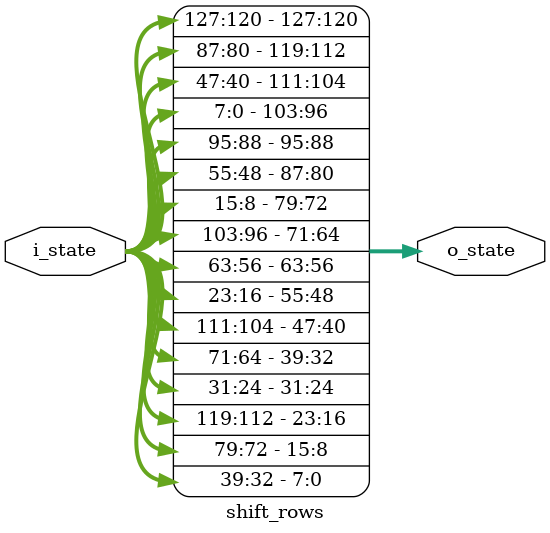
<source format=v>
/*
  *
  * Module: shift_rows
  * Description: Shifts the rows of the state matrix
  * 
  * Inputs:
  *  i_state[127:0] - The state matrix
  * Outputs:
  *  o_state[127:0] - The state matrix with the rows shifted
  *
  * Author: Amir Anwar
  * Date: 2023-4-27
  *
*/
module shift_rows (
    input [127:0] i_state,
    output [127:0] o_state
);

    // Row 1 - No shift 
    assign o_state[127:120] = i_state[127:120]; // row 1, col 1
    assign o_state[95:88]   = i_state[95:88];   // row 1, col 2
    assign o_state[63:56]   = i_state[63:56];   // row 1, col 3
    assign o_state[31:24]   = i_state[31:24];   // row 1, col 4

    // Row 2 - Shift left by 1
    assign o_state[119:112] = i_state[87:80];   // row 2, col 2 => row 2, col 1
    assign o_state[87:80]   = i_state[55:48];   // row 2, col 3 => row 2, col 2
    assign o_state[55:48]   = i_state[23:16];   // row 2, col 4 => row 2, col 3
    assign o_state[23:16]   = i_state[119:112]; // row 2, col 1 => row 2, col 4


    // Row 3 - Shift left by 2
    assign o_state[111:104] = i_state[47:40];   // row 3, col 3 => row 3, col 1
    assign o_state[79:72]   = i_state[15:8];    // row 3, col 4 => row 3, col 2
    assign o_state[47:40]   = i_state[111:104]; // row 3, col 1 => row 3, col 3
    assign o_state[15:8]    = i_state[79:72];   // row 3, col 2 => row 3, col 4

    // Row 4 - Shift left by 3
    assign o_state[103:96]  = i_state[7:0];     // row 4, col 4 => row 4, col 1
    assign o_state[71:64]   = i_state[103:96];  // row 4, col 1 => row 4, col 2
    assign o_state[39:32]   = i_state[71:64];   // row 4, col 2 => row 4, col 3
    assign o_state[7:0]     = i_state[39:32];   // row 4, col 3 => row 4, col 4

endmodule

</source>
